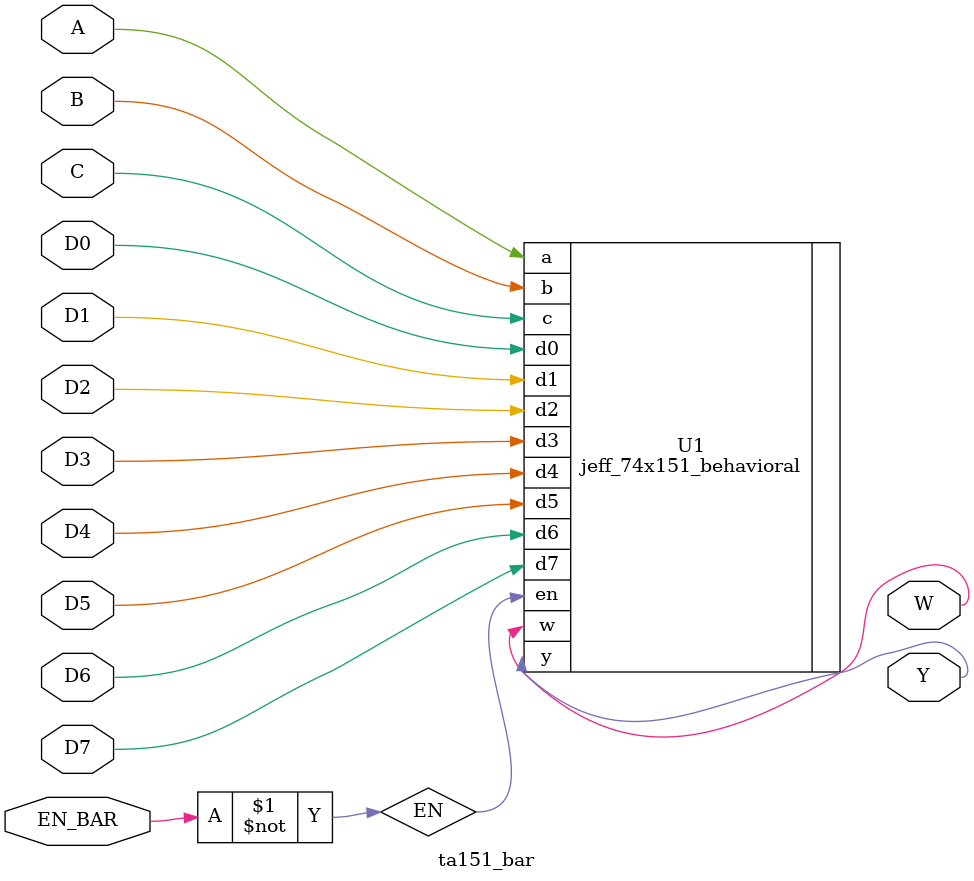
<source format=v>


module ta151_bar(
    input           D0,                 // 
    input           D1,                 // 
    input           D2,                 // 
    input           D3,                 // 
    input           D4,                 // 
    input           D5,                 // 
    input           D6,                 // 
    input           D7,                 //
    input           A,                  // 
    input           B,                  // 
    input           C,                  // 
    input           EN_BAR,             // 
    output          Y,                  // 
    output          W                   // 
);

assign EN = ~EN_BAR;

// 8-line to 1-line data selector/multiplexer
// Replaced ta151 in THESIS with jeff_74x151
jeff_74x151_behavioral U1 (
    .d0(D0),
    .d1(D1),
    .d2(D2),
    .d3(D3),
    .d4(D4),
    .d5(D5),
    .d6(D6),
    .d7(D7),
    .a(A),
    .b(B),
    .c(C),
    .en(EN),
    .y(Y),
    .w(W)
);

endmodule
</source>
